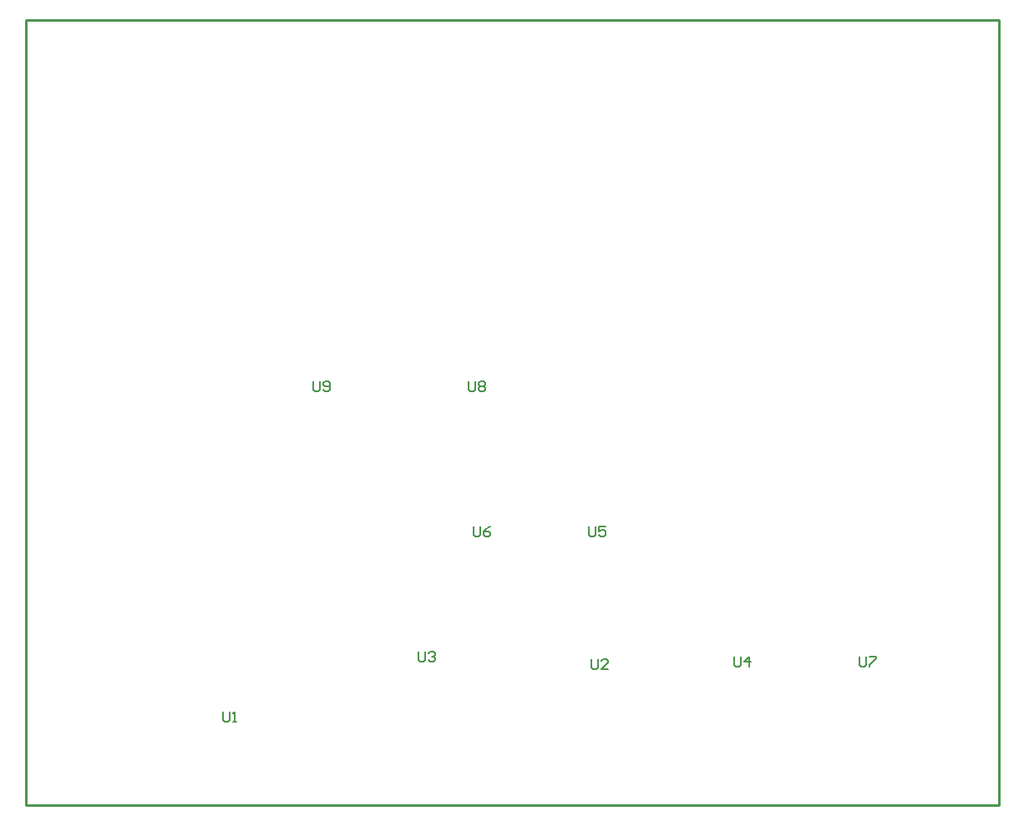
<source format=gm1>
G04*
G04 #@! TF.GenerationSoftware,Altium Limited,Altium Designer,22.8.2 (66)*
G04*
G04 Layer_Color=16711935*
%FSLAX25Y25*%
%MOIN*%
G70*
G04*
G04 #@! TF.SameCoordinates,5F72AED0-B843-43E6-9510-CD6902FEA16C*
G04*
G04*
G04 #@! TF.FilePolarity,Positive*
G04*
G01*
G75*
%ADD14C,0.01000*%
%ADD53C,0.00700*%
D14*
X787Y673D02*
X389141D01*
X787Y314173D02*
X787Y673D01*
X389141Y314173D02*
X389141Y673D01*
X787Y314173D02*
X389141D01*
D53*
X179685Y112062D02*
Y108729D01*
X180351Y108063D01*
X181684D01*
X182351Y108729D01*
Y112062D01*
X186350D02*
X185017Y111395D01*
X183684Y110062D01*
Y108729D01*
X184350Y108063D01*
X185683D01*
X186350Y108729D01*
Y109396D01*
X185683Y110062D01*
X183684D01*
X225685Y112062D02*
Y108729D01*
X226351Y108063D01*
X227684D01*
X228351Y108729D01*
Y112062D01*
X232350D02*
X229684D01*
Y110062D01*
X231017Y110729D01*
X231683D01*
X232350Y110062D01*
Y108729D01*
X231683Y108063D01*
X230350D01*
X229684Y108729D01*
X115685Y170062D02*
Y166729D01*
X116351Y166063D01*
X117684D01*
X118351Y166729D01*
Y170062D01*
X119684Y166729D02*
X120350Y166063D01*
X121683D01*
X122350Y166729D01*
Y169395D01*
X121683Y170062D01*
X120350D01*
X119684Y169395D01*
Y168729D01*
X120350Y168062D01*
X122350D01*
X177685Y170062D02*
Y166729D01*
X178351Y166063D01*
X179684D01*
X180351Y166729D01*
Y170062D01*
X181684Y169395D02*
X182350Y170062D01*
X183683D01*
X184350Y169395D01*
Y168729D01*
X183683Y168062D01*
X184350Y167396D01*
Y166729D01*
X183683Y166063D01*
X182350D01*
X181684Y166729D01*
Y167396D01*
X182350Y168062D01*
X181684Y168729D01*
Y169395D01*
X182350Y168062D02*
X183683D01*
X333685Y60062D02*
Y56729D01*
X334351Y56063D01*
X335684D01*
X336351Y56729D01*
Y60062D01*
X337684D02*
X340350D01*
Y59395D01*
X337684Y56729D01*
Y56063D01*
X79685Y38062D02*
Y34729D01*
X80352Y34063D01*
X81684D01*
X82351Y34729D01*
Y38062D01*
X83684Y34063D02*
X85017D01*
X84350D01*
Y38062D01*
X83684Y37395D01*
X283685Y60062D02*
Y56729D01*
X284351Y56063D01*
X285684D01*
X286351Y56729D01*
Y60062D01*
X289683Y56063D02*
Y60062D01*
X287684Y58062D01*
X290350D01*
X157685Y62062D02*
Y58729D01*
X158352Y58063D01*
X159684D01*
X160351Y58729D01*
Y62062D01*
X161684Y61395D02*
X162350Y62062D01*
X163683D01*
X164350Y61395D01*
Y60729D01*
X163683Y60062D01*
X163017D01*
X163683D01*
X164350Y59396D01*
Y58729D01*
X163683Y58063D01*
X162350D01*
X161684Y58729D01*
X226685Y59062D02*
Y55729D01*
X227351Y55063D01*
X228684D01*
X229351Y55729D01*
Y59062D01*
X233350Y55063D02*
X230684D01*
X233350Y57729D01*
Y58395D01*
X232683Y59062D01*
X231350D01*
X230684Y58395D01*
M02*

</source>
